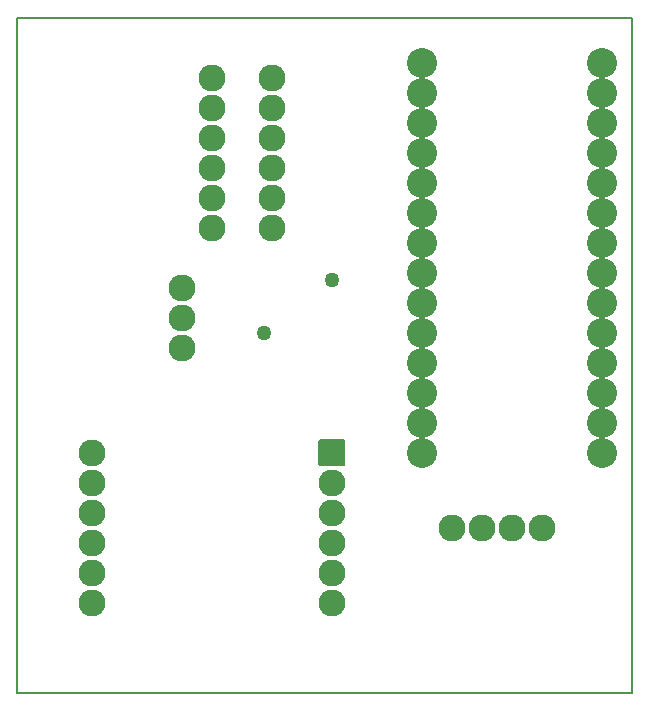
<source format=gbr>
G04 PROTEUS GERBER X2 FILE*
%TF.GenerationSoftware,Labcenter,Proteus,8.13-SP0-Build31525*%
%TF.CreationDate,2022-02-01T17:21:53+00:00*%
%TF.FileFunction,Soldermask,Bot*%
%TF.FilePolarity,Negative*%
%TF.Part,Single*%
%TF.SameCoordinates,{1f8d9942-98d1-49a5-8421-286161f785e5}*%
%FSLAX45Y45*%
%MOMM*%
G01*
%TA.AperFunction,Material*%
%ADD71C,1.270000*%
%TA.AperFunction,Material*%
%ADD20C,2.286000*%
%TA.AperFunction,Material*%
%ADD22C,2.540000*%
%AMPPAD015*
4,1,36,
1.143000,1.016000,
1.143000,-1.016000,
1.140470,-1.041970,
1.133200,-1.065980,
1.121650,-1.087580,
1.106290,-1.106290,
1.087570,-1.121650,
1.065980,-1.133200,
1.041970,-1.140470,
1.016000,-1.143000,
-1.016000,-1.143000,
-1.041970,-1.140470,
-1.065980,-1.133200,
-1.087570,-1.121650,
-1.106290,-1.106290,
-1.121650,-1.087580,
-1.133200,-1.065980,
-1.140470,-1.041970,
-1.143000,-1.016000,
-1.143000,1.016000,
-1.140470,1.041970,
-1.133200,1.065980,
-1.121650,1.087580,
-1.106290,1.106290,
-1.087570,1.121650,
-1.065980,1.133200,
-1.041970,1.140470,
-1.016000,1.143000,
1.016000,1.143000,
1.041970,1.140470,
1.065980,1.133200,
1.087570,1.121650,
1.106290,1.106290,
1.121650,1.087580,
1.133200,1.065980,
1.140470,1.041970,
1.143000,1.016000,
0*%
%TA.AperFunction,Material*%
%ADD23PPAD015*%
%TA.AperFunction,Profile*%
%ADD17C,0.203200*%
%TD.AperFunction*%
D71*
X-11620500Y+635000D03*
X-11049000Y+1079500D03*
D20*
X-12319000Y+508000D03*
X-12319000Y+762000D03*
X-12319000Y+1016000D03*
D22*
X-10287000Y+2667000D03*
X-10287000Y+2413000D03*
X-10287000Y+2159000D03*
X-10287000Y+1905000D03*
X-10287000Y+1651000D03*
X-10287000Y+1397000D03*
X-10287000Y+1143000D03*
X-10287000Y+889000D03*
X-10287000Y+635000D03*
X-10287000Y+381000D03*
X-10287000Y+127000D03*
X-10287000Y-127000D03*
X-10287000Y-381000D03*
X-8763000Y-381000D03*
X-8763000Y-127000D03*
X-8763000Y+127000D03*
X-8763000Y+381000D03*
X-8763000Y+635000D03*
X-8763000Y+889000D03*
X-8763000Y+1143000D03*
X-8763000Y+1397000D03*
X-8763000Y+1651000D03*
X-8763000Y+1905000D03*
X-8763000Y+2159000D03*
X-8763000Y+2413000D03*
X-8763000Y+2667000D03*
X-8763000Y+2921000D03*
X-10287000Y+2921000D03*
D20*
X-11557000Y+1524000D03*
X-11557000Y+1778000D03*
X-11557000Y+2032000D03*
X-11557000Y+2286000D03*
X-11557000Y+2540000D03*
X-11557000Y+2794000D03*
X-10033000Y-1016000D03*
X-9779000Y-1016000D03*
X-9525000Y-1016000D03*
X-9271000Y-1016000D03*
D23*
X-11049000Y-381000D03*
D20*
X-11049000Y-635000D03*
X-11049000Y-889000D03*
X-11049000Y-1143000D03*
X-11049000Y-1397000D03*
X-11049000Y-1651000D03*
X-13081000Y-1651000D03*
X-13081000Y-1397000D03*
X-13081000Y-1143000D03*
X-13081000Y-889000D03*
X-13081000Y-635000D03*
X-13081000Y-381000D03*
X-12065000Y+1524000D03*
X-12065000Y+1778000D03*
X-12065000Y+2032000D03*
X-12065000Y+2286000D03*
X-12065000Y+2540000D03*
X-12065000Y+2794000D03*
D17*
X-13716000Y-2413000D02*
X-8509000Y-2413000D01*
X-8509000Y+3302000D01*
X-13716000Y+3302000D01*
X-13716000Y-2413000D01*
M02*

</source>
